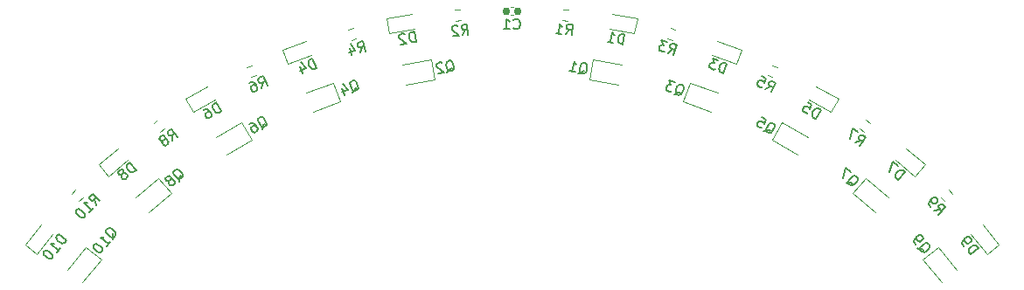
<source format=gbr>
%TF.GenerationSoftware,KiCad,Pcbnew,7.0.6*%
%TF.CreationDate,2023-07-09T17:07:21+09:00*%
%TF.ProjectId,robotrace_v2_Linesensor,726f626f-7472-4616-9365-5f76325f4c69,rev?*%
%TF.SameCoordinates,Original*%
%TF.FileFunction,Legend,Bot*%
%TF.FilePolarity,Positive*%
%FSLAX46Y46*%
G04 Gerber Fmt 4.6, Leading zero omitted, Abs format (unit mm)*
G04 Created by KiCad (PCBNEW 7.0.6) date 2023-07-09 17:07:21*
%MOMM*%
%LPD*%
G01*
G04 APERTURE LIST*
G04 Aperture macros list*
%AMRoundRect*
0 Rectangle with rounded corners*
0 $1 Rounding radius*
0 $2 $3 $4 $5 $6 $7 $8 $9 X,Y pos of 4 corners*
0 Add a 4 corners polygon primitive as box body*
4,1,4,$2,$3,$4,$5,$6,$7,$8,$9,$2,$3,0*
0 Add four circle primitives for the rounded corners*
1,1,$1+$1,$2,$3*
1,1,$1+$1,$4,$5*
1,1,$1+$1,$6,$7*
1,1,$1+$1,$8,$9*
0 Add four rect primitives between the rounded corners*
20,1,$1+$1,$2,$3,$4,$5,0*
20,1,$1+$1,$4,$5,$6,$7,0*
20,1,$1+$1,$6,$7,$8,$9,0*
20,1,$1+$1,$8,$9,$2,$3,0*%
G04 Aperture macros list end*
%ADD10C,0.150000*%
%ADD11C,0.120000*%
%ADD12RoundRect,0.237500X0.065464X0.338557X-0.341467X0.048028X-0.065464X-0.338557X0.341467X-0.048028X0*%
%ADD13RoundRect,0.237500X-0.341466X-0.048034X0.065470X-0.338556X0.341466X0.048034X-0.065470X0.338556X0*%
%ADD14RoundRect,0.237500X0.004777X0.344795X-0.344587X-0.012899X-0.004777X-0.344795X0.344587X0.012899X0*%
%ADD15RoundRect,0.237500X0.178856X0.294817X-0.303595X0.163512X-0.178856X-0.294817X0.303595X-0.163512X0*%
%ADD16RoundRect,0.237500X-0.270025X-0.214459X0.228015X-0.258680X0.270025X0.214459X-0.228015X0.258680X0*%
%ADD17RoundRect,0.237500X-0.344587X0.012899X0.004777X-0.344795X0.344587X-0.012899X-0.004777X0.344795X0*%
%ADD18RoundRect,0.237500X-0.303595X-0.163512X0.178856X-0.294817X0.303595X0.163512X-0.178856X0.294817X0*%
%ADD19RoundRect,0.237500X0.124102X0.321722X-0.327659X0.107451X-0.124102X-0.321722X0.327659X-0.107451X0*%
%ADD20RoundRect,0.237500X-0.327659X-0.107451X0.124102X-0.321722X0.327659X0.107451X-0.124102X0.321722X0*%
%ADD21RoundRect,0.237500X0.228011X0.258684X-0.270029X0.214454X-0.228011X-0.258684X0.270029X-0.214454X0*%
%ADD22RoundRect,0.250000X-0.508223X-0.223236X0.052129X-0.552637X0.508223X0.223236X-0.052129X0.552637X0*%
%ADD23RoundRect,0.250000X-0.046085X0.553174X-0.539612X0.130170X0.046085X-0.553174X0.539612X-0.130170X0*%
%ADD24RoundRect,0.250000X0.240612X0.500231X-0.399215X0.385684X-0.240612X-0.500231X0.399215X-0.385684X0*%
%ADD25RoundRect,0.237500X0.365821X-0.072370X0.002015X0.372905X-0.365821X0.072370X-0.002015X-0.372905X0*%
%ADD26RoundRect,0.250000X0.148693X0.534804X-0.460935X0.309296X-0.148693X-0.534804X0.460935X-0.309296X0*%
%ADD27RoundRect,0.250000X-0.460935X-0.309296X0.148693X-0.534804X0.460935X0.309296X-0.148693X0.534804X0*%
%ADD28RoundRect,0.237500X-0.187246X-0.322493X0.352040X-0.123005X0.187246X0.322493X-0.352040X0.123005X0*%
%ADD29RoundRect,0.237500X-0.241147X-0.284448X0.324854X-0.183118X0.241147X0.284448X-0.324854X0.183118X0*%
%ADD30RoundRect,0.237500X0.372849X-0.006771X-0.063732X0.367425X-0.372849X0.006771X0.063732X-0.367425X0*%
%ADD31RoundRect,0.237500X0.002015X-0.372905X0.365821X0.072370X-0.002015X0.372905X-0.365821X-0.072370X0*%
%ADD32RoundRect,0.250000X-0.399215X-0.385684X0.240612X-0.500231X0.399215X0.385684X-0.240612X0.500231X0*%
%ADD33RoundRect,0.250000X-0.539612X-0.130170X-0.046085X-0.553174X0.539612X0.130170X0.046085X0.553174X0*%
%ADD34RoundRect,0.250000X-0.554106X-0.033040X-0.142847X-0.536395X0.554106X0.033040X0.142847X0.536395X0*%
%ADD35RoundRect,0.237500X0.352040X0.123005X-0.187246X0.322493X-0.352040X-0.123005X0.187246X-0.322493X0*%
%ADD36RoundRect,0.250000X0.052120X0.552638X-0.508227X0.223227X-0.052120X-0.552638X0.508227X-0.223227X0*%
%ADD37RoundRect,0.237500X0.324851X0.183124X-0.241152X0.284444X-0.324851X-0.183124X0.241152X-0.284444X0*%
%ADD38RoundRect,0.250000X-0.140037X0.537136X-0.553925X0.035941X0.140037X-0.537136X0.553925X-0.035941X0*%
%ADD39RoundRect,0.237500X-0.127484X-0.350443X0.368207X-0.059041X0.127484X0.350443X-0.368207X0.059041X0*%
%ADD40RoundRect,0.155000X0.212500X0.155000X-0.212500X0.155000X-0.212500X-0.155000X0.212500X-0.155000X0*%
%ADD41RoundRect,0.237500X-0.063732X-0.367425X0.372849X0.006771X0.063732X0.367425X-0.372849X-0.006771X0*%
%ADD42RoundRect,0.237500X0.368206X0.059047X-0.127490X0.350441X-0.368206X-0.059047X0.127490X-0.350441X0*%
G04 APERTURE END LIST*
D10*
X-32850080Y46426682D02*
X-32855487Y47007922D01*
X-32385016Y46758715D02*
X-32966074Y47572578D01*
X-32966074Y47572578D02*
X-33276117Y47351222D01*
X-33276117Y47351222D02*
X-33325958Y47257128D01*
X-33325958Y47257128D02*
X-33337044Y47190703D01*
X-33337044Y47190703D02*
X-33320460Y47085523D01*
X-33320460Y47085523D02*
X-33237452Y46969257D01*
X-33237452Y46969257D02*
X-33143358Y46919416D01*
X-33143358Y46919416D02*
X-33076933Y46908330D01*
X-33076933Y46908330D02*
X-32971753Y46924913D01*
X-32971753Y46924913D02*
X-32661710Y47146269D01*
X-33647177Y46559713D02*
X-33597336Y46653807D01*
X-33597336Y46653807D02*
X-33586250Y46720232D01*
X-33586250Y46720232D02*
X-33602834Y46825412D01*
X-33602834Y46825412D02*
X-33630503Y46864168D01*
X-33630503Y46864168D02*
X-33724597Y46914009D01*
X-33724597Y46914009D02*
X-33791022Y46925095D01*
X-33791022Y46925095D02*
X-33896202Y46908511D01*
X-33896202Y46908511D02*
X-34051223Y46797833D01*
X-34051223Y46797833D02*
X-34101065Y46703739D01*
X-34101065Y46703739D02*
X-34112151Y46637314D01*
X-34112151Y46637314D02*
X-34095567Y46532134D01*
X-34095567Y46532134D02*
X-34067898Y46493379D01*
X-34067898Y46493379D02*
X-33973803Y46443538D01*
X-33973803Y46443538D02*
X-33907379Y46432452D01*
X-33907379Y46432452D02*
X-33802199Y46449035D01*
X-33802199Y46449035D02*
X-33647177Y46559713D01*
X-33647177Y46559713D02*
X-33541997Y46576297D01*
X-33541997Y46576297D02*
X-33475572Y46565211D01*
X-33475572Y46565211D02*
X-33381478Y46515369D01*
X-33381478Y46515369D02*
X-33270800Y46360348D01*
X-33270800Y46360348D02*
X-33254217Y46255168D01*
X-33254217Y46255168D02*
X-33265303Y46188743D01*
X-33265303Y46188743D02*
X-33315144Y46094649D01*
X-33315144Y46094649D02*
X-33470165Y45983971D01*
X-33470165Y45983971D02*
X-33575345Y45967388D01*
X-33575345Y45967388D02*
X-33641770Y45978474D01*
X-33641770Y45978474D02*
X-33735864Y46028315D01*
X-33735864Y46028315D02*
X-33846542Y46183336D01*
X-33846542Y46183336D02*
X-33863126Y46288516D01*
X-33863126Y46288516D02*
X-33852040Y46354941D01*
X-33852040Y46354941D02*
X-33802199Y46449035D01*
X33230482Y46259158D02*
X33778460Y46453034D01*
X33695551Y45927132D02*
X34276595Y46741005D01*
X34276595Y46741005D02*
X33966549Y46962355D01*
X33966549Y46962355D02*
X33861368Y46978936D01*
X33861368Y46978936D02*
X33794944Y46967849D01*
X33794944Y46967849D02*
X33700851Y46918006D01*
X33700851Y46918006D02*
X33617844Y46801739D01*
X33617844Y46801739D02*
X33601263Y46696559D01*
X33601263Y46696559D02*
X33612350Y46630134D01*
X33612350Y46630134D02*
X33662192Y46536041D01*
X33662192Y46536041D02*
X33972239Y46314691D01*
X33540235Y47266711D02*
X32997653Y47654074D01*
X32997653Y47654074D02*
X32765412Y46591183D01*
X-40275445Y40192097D02*
X-40383197Y40763287D01*
X-39876173Y40600890D02*
X-40591561Y41299618D01*
X-40591561Y41299618D02*
X-40857742Y41027089D01*
X-40857742Y41027089D02*
X-40890222Y40925684D01*
X-40890222Y40925684D02*
X-40889428Y40858345D01*
X-40889428Y40858345D02*
X-40854569Y40757734D01*
X-40854569Y40757734D02*
X-40752371Y40657916D01*
X-40752371Y40657916D02*
X-40650966Y40625436D01*
X-40650966Y40625436D02*
X-40583627Y40626229D01*
X-40583627Y40626229D02*
X-40483015Y40661089D01*
X-40483015Y40661089D02*
X-40216834Y40933618D01*
X-40940900Y39510775D02*
X-40541627Y39919568D01*
X-40741264Y39715172D02*
X-41456652Y40413899D01*
X-41456652Y40413899D02*
X-41287908Y40382213D01*
X-41287908Y40382213D02*
X-41153230Y40383800D01*
X-41153230Y40383800D02*
X-41052619Y40418660D01*
X-42088834Y39766644D02*
X-42155379Y39698511D01*
X-42155379Y39698511D02*
X-42187859Y39597107D01*
X-42187859Y39597107D02*
X-42187065Y39529768D01*
X-42187065Y39529768D02*
X-42152206Y39429156D01*
X-42152206Y39429156D02*
X-42049214Y39261999D01*
X-42049214Y39261999D02*
X-41878884Y39095635D01*
X-41878884Y39095635D02*
X-41709347Y38996611D01*
X-41709347Y38996611D02*
X-41607942Y38964131D01*
X-41607942Y38964131D02*
X-41540603Y38964925D01*
X-41540603Y38964925D02*
X-41439991Y38999784D01*
X-41439991Y38999784D02*
X-41373446Y39067916D01*
X-41373446Y39067916D02*
X-41340966Y39169321D01*
X-41340966Y39169321D02*
X-41341760Y39236660D01*
X-41341760Y39236660D02*
X-41376619Y39337271D01*
X-41376619Y39337271D02*
X-41479611Y39504428D01*
X-41479611Y39504428D02*
X-41649941Y39670792D01*
X-41649941Y39670792D02*
X-41819478Y39769817D01*
X-41819478Y39769817D02*
X-41920883Y39802296D01*
X-41920883Y39802296D02*
X-41988222Y39801503D01*
X-41988222Y39801503D02*
X-42088834Y39766644D01*
X-14719743Y54954912D02*
X-14523161Y55501926D01*
X-14168370Y55104975D02*
X-14430980Y56069877D01*
X-14430980Y56069877D02*
X-14798562Y55969835D01*
X-14798562Y55969835D02*
X-14877952Y55898877D01*
X-14877952Y55898877D02*
X-14911395Y55840424D01*
X-14911395Y55840424D02*
X-14932332Y55736023D01*
X-14932332Y55736023D02*
X-14894816Y55598180D01*
X-14894816Y55598180D02*
X-14823858Y55518790D01*
X-14823858Y55518790D02*
X-14765405Y55485347D01*
X-14765405Y55485347D02*
X-14661004Y55464410D01*
X-14661004Y55464410D02*
X-14293423Y55564452D01*
X-15721875Y55373085D02*
X-15546802Y54729817D01*
X-15592179Y55803193D02*
X-15174861Y55176504D01*
X-15174861Y55176504D02*
X-15772182Y55013936D01*
X5209383Y56725705D02*
X5583526Y57170549D01*
X5778573Y56675167D02*
X5867015Y57671248D01*
X5867015Y57671248D02*
X5487555Y57704941D01*
X5487555Y57704941D02*
X5388479Y57665931D01*
X5388479Y57665931D02*
X5336835Y57622710D01*
X5336835Y57622710D02*
X5280979Y57532057D01*
X5280979Y57532057D02*
X5268345Y57389760D01*
X5268345Y57389760D02*
X5307354Y57290683D01*
X5307354Y57290683D02*
X5350575Y57239039D01*
X5350575Y57239039D02*
X5441228Y57183184D01*
X5441228Y57183184D02*
X5820688Y57149491D01*
X4260734Y56809936D02*
X4829924Y56759398D01*
X4545329Y56784667D02*
X4633771Y57780748D01*
X4633771Y57780748D02*
X4716002Y57630028D01*
X4716002Y57630028D02*
X4802444Y57526740D01*
X4802444Y57526740D02*
X4893097Y57470884D01*
X40868077Y39683794D02*
X41441647Y39778059D01*
X41267350Y39275001D02*
X41982737Y39973728D01*
X41982737Y39973728D02*
X41716556Y40246257D01*
X41716556Y40246257D02*
X41615944Y40281117D01*
X41615944Y40281117D02*
X41548605Y40281910D01*
X41548605Y40281910D02*
X41447200Y40249430D01*
X41447200Y40249430D02*
X41345002Y40149612D01*
X41345002Y40149612D02*
X41310143Y40049001D01*
X41310143Y40049001D02*
X41309349Y39981662D01*
X41309349Y39981662D02*
X41341829Y39880257D01*
X41341829Y39880257D02*
X41608010Y39607728D01*
X40535349Y40024455D02*
X40402258Y40160719D01*
X40402258Y40160719D02*
X40369779Y40262124D01*
X40369779Y40262124D02*
X40370572Y40329463D01*
X40370572Y40329463D02*
X40406225Y40497413D01*
X40406225Y40497413D02*
X40509217Y40664570D01*
X40509217Y40664570D02*
X40781745Y40930752D01*
X40781745Y40930752D02*
X40883150Y40963232D01*
X40883150Y40963232D02*
X40950489Y40962438D01*
X40950489Y40962438D02*
X41051101Y40927579D01*
X41051101Y40927579D02*
X41184192Y40791315D01*
X41184192Y40791315D02*
X41216671Y40689910D01*
X41216671Y40689910D02*
X41215878Y40622571D01*
X41215878Y40622571D02*
X41181018Y40521959D01*
X41181018Y40521959D02*
X41010688Y40355596D01*
X41010688Y40355596D02*
X40909283Y40323116D01*
X40909283Y40323116D02*
X40841944Y40323910D01*
X40841944Y40323910D02*
X40741333Y40358769D01*
X40741333Y40358769D02*
X40608242Y40495033D01*
X40608242Y40495033D02*
X40575762Y40596438D01*
X40575762Y40596438D02*
X40576556Y40663777D01*
X40576556Y40663777D02*
X40611415Y40764389D01*
X15115843Y54917565D02*
X15562529Y55289506D01*
X15667215Y54767502D02*
X15929826Y55732404D01*
X15929826Y55732404D02*
X15562244Y55832446D01*
X15562244Y55832446D02*
X15457843Y55811509D01*
X15457843Y55811509D02*
X15399390Y55778067D01*
X15399390Y55778067D02*
X15328432Y55698677D01*
X15328432Y55698677D02*
X15290916Y55560833D01*
X15290916Y55560833D02*
X15311854Y55456433D01*
X15311854Y55456433D02*
X15345296Y55397980D01*
X15345296Y55397980D02*
X15424686Y55327022D01*
X15424686Y55327022D02*
X15792268Y55226980D01*
X15056819Y55970004D02*
X14459499Y56132572D01*
X14459499Y56132572D02*
X14681091Y55677454D01*
X14681091Y55677454D02*
X14543248Y55714970D01*
X14543248Y55714970D02*
X14438847Y55694032D01*
X14438847Y55694032D02*
X14380394Y55660590D01*
X14380394Y55660590D02*
X14309436Y55581200D01*
X14309436Y55581200D02*
X14246910Y55351461D01*
X14246910Y55351461D02*
X14267847Y55247061D01*
X14267847Y55247061D02*
X14301289Y55188608D01*
X14301289Y55188608D02*
X14380679Y55117649D01*
X14380679Y55117649D02*
X14656366Y55042618D01*
X14656366Y55042618D02*
X14760766Y55063555D01*
X14760766Y55063555D02*
X14819219Y55096998D01*
X-24204504Y51510484D02*
X-24107397Y52083579D01*
X-23688206Y51755364D02*
X-24116747Y52658887D01*
X-24116747Y52658887D02*
X-24460946Y52495633D01*
X-24460946Y52495633D02*
X-24526589Y52411795D01*
X-24526589Y52411795D02*
X-24549207Y52348363D01*
X-24549207Y52348363D02*
X-24551418Y52241906D01*
X-24551418Y52241906D02*
X-24490198Y52112832D01*
X-24490198Y52112832D02*
X-24406360Y52047189D01*
X-24406360Y52047189D02*
X-24342928Y52024571D01*
X-24342928Y52024571D02*
X-24236472Y52022359D01*
X-24236472Y52022359D02*
X-23892273Y52185613D01*
X-25407493Y52046685D02*
X-25235393Y52128312D01*
X-25235393Y52128312D02*
X-25128937Y52126101D01*
X-25128937Y52126101D02*
X-25065505Y52103482D01*
X-25065505Y52103482D02*
X-24918236Y52015221D01*
X-24918236Y52015221D02*
X-24793584Y51863528D01*
X-24793584Y51863528D02*
X-24630330Y51519329D01*
X-24630330Y51519329D02*
X-24632542Y51412873D01*
X-24632542Y51412873D02*
X-24655160Y51349441D01*
X-24655160Y51349441D02*
X-24720803Y51265603D01*
X-24720803Y51265603D02*
X-24892902Y51183976D01*
X-24892902Y51183976D02*
X-24999359Y51186188D01*
X-24999359Y51186188D02*
X-25062790Y51208806D01*
X-25062790Y51208806D02*
X-25146629Y51274449D01*
X-25146629Y51274449D02*
X-25248662Y51489573D01*
X-25248662Y51489573D02*
X-25246451Y51596030D01*
X-25246451Y51596030D02*
X-25223833Y51659461D01*
X-25223833Y51659461D02*
X-25158190Y51743300D01*
X-25158190Y51743300D02*
X-24986090Y51824926D01*
X-24986090Y51824926D02*
X-24879634Y51822715D01*
X-24879634Y51822715D02*
X-24816202Y51800097D01*
X-24816202Y51800097D02*
X-24732364Y51734454D01*
X24562864Y51395600D02*
X25068105Y51683002D01*
X25079162Y51150719D02*
X25507703Y52054242D01*
X25507703Y52054242D02*
X25163504Y52217496D01*
X25163504Y52217496D02*
X25057048Y52215284D01*
X25057048Y52215284D02*
X24993616Y52192666D01*
X24993616Y52192666D02*
X24909778Y52127023D01*
X24909778Y52127023D02*
X24848558Y51997948D01*
X24848558Y51997948D02*
X24850769Y51891492D01*
X24850769Y51891492D02*
X24873387Y51828060D01*
X24873387Y51828060D02*
X24939030Y51744222D01*
X24939030Y51744222D02*
X25283229Y51580968D01*
X24173932Y52686850D02*
X24604181Y52482783D01*
X24604181Y52482783D02*
X24443138Y52032127D01*
X24443138Y52032127D02*
X24420520Y52095559D01*
X24420520Y52095559D02*
X24354877Y52179397D01*
X24354877Y52179397D02*
X24139753Y52281431D01*
X24139753Y52281431D02*
X24033296Y52279219D01*
X24033296Y52279219D02*
X23969865Y52256601D01*
X23969865Y52256601D02*
X23886026Y52190958D01*
X23886026Y52190958D02*
X23783993Y51975834D01*
X23783993Y51975834D02*
X23786204Y51869377D01*
X23786204Y51869377D02*
X23808823Y51805946D01*
X23808823Y51805946D02*
X23874466Y51722107D01*
X23874466Y51722107D02*
X24089590Y51620074D01*
X24089590Y51620074D02*
X24196046Y51622285D01*
X24196046Y51622285D02*
X24259478Y51644903D01*
X-4793754Y56661707D02*
X-4503851Y57165517D01*
X-4224565Y56712255D02*
X-4313025Y57708335D01*
X-4313025Y57708335D02*
X-4692484Y57674636D01*
X-4692484Y57674636D02*
X-4783136Y57618779D01*
X-4783136Y57618779D02*
X-4826356Y57567134D01*
X-4826356Y57567134D02*
X-4865364Y57468057D01*
X-4865364Y57468057D02*
X-4852727Y57325760D01*
X-4852727Y57325760D02*
X-4796870Y57235107D01*
X-4796870Y57235107D02*
X-4745225Y57191887D01*
X-4745225Y57191887D02*
X-4646148Y57152880D01*
X-4646148Y57152880D02*
X-4266689Y57186579D01*
X-5253247Y57529223D02*
X-5304892Y57572443D01*
X-5304892Y57572443D02*
X-5403969Y57611450D01*
X-5403969Y57611450D02*
X-5641131Y57590389D01*
X-5641131Y57590389D02*
X-5731783Y57534531D01*
X-5731783Y57534531D02*
X-5775004Y57482887D01*
X-5775004Y57482887D02*
X-5814011Y57383810D01*
X-5814011Y57383810D02*
X-5805586Y57288945D01*
X-5805586Y57288945D02*
X-5745517Y57150860D01*
X-5745517Y57150860D02*
X-5125780Y56632220D01*
X-5125780Y56632220D02*
X-5742401Y56577459D01*
X24393323Y47347495D02*
X24499558Y47340283D01*
X24499558Y47340283D02*
X24629925Y47374122D01*
X24629925Y47374122D02*
X24825475Y47424880D01*
X24825475Y47424880D02*
X24931710Y47417668D01*
X24931710Y47417668D02*
X25013813Y47369404D01*
X24852102Y47188278D02*
X24958337Y47181066D01*
X24958337Y47181066D02*
X25088703Y47214905D01*
X25088703Y47214905D02*
X25226283Y47354979D01*
X25226283Y47354979D02*
X25395207Y47642339D01*
X25395207Y47642339D02*
X25450683Y47830677D01*
X25450683Y47830677D02*
X25416844Y47961043D01*
X25416844Y47961043D02*
X25358873Y48050359D01*
X25358873Y48050359D02*
X25194667Y48146887D01*
X25194667Y48146887D02*
X25088432Y48154099D01*
X25088432Y48154099D02*
X24958065Y48120260D01*
X24958065Y48120260D02*
X24820486Y47980186D01*
X24820486Y47980186D02*
X24651562Y47692826D01*
X24651562Y47692826D02*
X24596086Y47504488D01*
X24596086Y47504488D02*
X24629925Y47374122D01*
X24629925Y47374122D02*
X24687896Y47284806D01*
X24687896Y47284806D02*
X24852102Y47188278D01*
X24209432Y48726054D02*
X24619947Y48484734D01*
X24619947Y48484734D02*
X24419679Y48050088D01*
X24419679Y48050088D02*
X24402759Y48115271D01*
X24402759Y48115271D02*
X24344788Y48204586D01*
X24344788Y48204586D02*
X24139531Y48325246D01*
X24139531Y48325246D02*
X24033296Y48332459D01*
X24033296Y48332459D02*
X23968113Y48315539D01*
X23968113Y48315539D02*
X23878797Y48257568D01*
X23878797Y48257568D02*
X23758137Y48052311D01*
X23758137Y48052311D02*
X23750925Y47946076D01*
X23750925Y47946076D02*
X23767844Y47880893D01*
X23767844Y47880893D02*
X23825815Y47791577D01*
X23825815Y47791577D02*
X24031073Y47670918D01*
X24031073Y47670918D02*
X24137308Y47663705D01*
X24137308Y47663705D02*
X24202491Y47680625D01*
X-32219725Y42494335D02*
X-32178403Y42592470D01*
X-32178403Y42592470D02*
X-32168070Y42726760D01*
X-32168070Y42726760D02*
X-32152570Y42928195D01*
X-32152570Y42928195D02*
X-32111248Y43026329D01*
X-32111248Y43026329D02*
X-32038936Y43088308D01*
X-31920146Y42876539D02*
X-31878823Y42974674D01*
X-31878823Y42974674D02*
X-31868490Y43108964D01*
X-31868490Y43108964D02*
X-31956292Y43284576D01*
X-31956292Y43284576D02*
X-32173216Y43537667D01*
X-32173216Y43537667D02*
X-32333329Y43651300D01*
X-32333329Y43651300D02*
X-32467619Y43661633D01*
X-32467619Y43661633D02*
X-32570920Y43635811D01*
X-32570920Y43635811D02*
X-32715543Y43511854D01*
X-32715543Y43511854D02*
X-32756865Y43413719D01*
X-32756865Y43413719D02*
X-32767198Y43279429D01*
X-32767198Y43279429D02*
X-32679397Y43103817D01*
X-32679397Y43103817D02*
X-32462472Y42850727D01*
X-32462472Y42850727D02*
X-32302360Y42737093D01*
X-32302360Y42737093D02*
X-32168070Y42726760D01*
X-32168070Y42726760D02*
X-32064769Y42752582D01*
X-32064769Y42752582D02*
X-31920146Y42876539D01*
X-33051288Y42659635D02*
X-33009966Y42757769D01*
X-33009966Y42757769D02*
X-33004799Y42824914D01*
X-33004799Y42824914D02*
X-33030622Y42928215D01*
X-33030622Y42928215D02*
X-33061611Y42964370D01*
X-33061611Y42964370D02*
X-33159745Y43005693D01*
X-33159745Y43005693D02*
X-33226890Y43010859D01*
X-33226890Y43010859D02*
X-33330191Y42985037D01*
X-33330191Y42985037D02*
X-33474814Y42861080D01*
X-33474814Y42861080D02*
X-33516137Y42762945D01*
X-33516137Y42762945D02*
X-33521303Y42695800D01*
X-33521303Y42695800D02*
X-33495480Y42592499D01*
X-33495480Y42592499D02*
X-33464491Y42556344D01*
X-33464491Y42556344D02*
X-33366357Y42515021D01*
X-33366357Y42515021D02*
X-33299212Y42509855D01*
X-33299212Y42509855D02*
X-33195911Y42535678D01*
X-33195911Y42535678D02*
X-33051288Y42659635D01*
X-33051288Y42659635D02*
X-32947987Y42685457D01*
X-32947987Y42685457D02*
X-32880842Y42680291D01*
X-32880842Y42680291D02*
X-32782708Y42638968D01*
X-32782708Y42638968D02*
X-32658751Y42494345D01*
X-32658751Y42494345D02*
X-32632928Y42391045D01*
X-32632928Y42391045D02*
X-32638095Y42323900D01*
X-32638095Y42323900D02*
X-32679417Y42225765D01*
X-32679417Y42225765D02*
X-32824040Y42101808D01*
X-32824040Y42101808D02*
X-32927341Y42075986D01*
X-32927341Y42075986D02*
X-32994486Y42081152D01*
X-32994486Y42081152D02*
X-33092620Y42122474D01*
X-33092620Y42122474D02*
X-33216577Y42267097D01*
X-33216577Y42267097D02*
X-33242400Y42370398D01*
X-33242400Y42370398D02*
X-33237233Y42437543D01*
X-33237233Y42437543D02*
X-33195911Y42535678D01*
X-6259318Y53025334D02*
X-6173962Y53088991D01*
X-6173962Y53088991D02*
X-6096998Y53199523D01*
X-6096998Y53199523D02*
X-5981551Y53365319D01*
X-5981551Y53365319D02*
X-5896195Y53428976D01*
X-5896195Y53428976D02*
X-5802448Y53445760D01*
X-5807363Y53202999D02*
X-5722007Y53266656D01*
X-5722007Y53266656D02*
X-5645043Y53377187D01*
X-5645043Y53377187D02*
X-5631736Y53573074D01*
X-5631736Y53573074D02*
X-5690478Y53901191D01*
X-5690478Y53901191D02*
X-5770919Y54080294D01*
X-5770919Y54080294D02*
X-5881450Y54157258D01*
X-5881450Y54157258D02*
X-5983589Y54187349D01*
X-5983589Y54187349D02*
X-6171084Y54153782D01*
X-6171084Y54153782D02*
X-6256440Y54090125D01*
X-6256440Y54090125D02*
X-6333404Y53979594D01*
X-6333404Y53979594D02*
X-6346711Y53783707D01*
X-6346711Y53783707D02*
X-6287969Y53455590D01*
X-6287969Y53455590D02*
X-6207529Y53276487D01*
X-6207529Y53276487D02*
X-6096998Y53199523D01*
X-6096998Y53199523D02*
X-5994858Y53169432D01*
X-5994858Y53169432D02*
X-5807363Y53202999D01*
X-6763660Y53950942D02*
X-6818925Y53989424D01*
X-6818925Y53989424D02*
X-6921065Y54019515D01*
X-6921065Y54019515D02*
X-7155434Y53977556D01*
X-7155434Y53977556D02*
X-7240790Y53913899D01*
X-7240790Y53913899D02*
X-7279272Y53858633D01*
X-7279272Y53858633D02*
X-7309362Y53756494D01*
X-7309362Y53756494D02*
X-7292579Y53662746D01*
X-7292579Y53662746D02*
X-7220530Y53530517D01*
X-7220530Y53530517D02*
X-6557344Y53068732D01*
X-6557344Y53068732D02*
X-7166703Y52959640D01*
X44414787Y35390658D02*
X45189180Y36023363D01*
X45189180Y36023363D02*
X45038536Y36207742D01*
X45038536Y36207742D02*
X44911274Y36288241D01*
X44911274Y36288241D02*
X44777264Y36301735D01*
X44777264Y36301735D02*
X44673384Y36278353D01*
X44673384Y36278353D02*
X44495752Y36194714D01*
X44495752Y36194714D02*
X44385124Y36104327D01*
X44385124Y36104327D02*
X44267750Y35946936D01*
X44267750Y35946936D02*
X44224127Y35849803D01*
X44224127Y35849803D02*
X44210633Y35715793D01*
X44210633Y35715793D02*
X44264143Y35575037D01*
X44264143Y35575037D02*
X44414787Y35390658D01*
X43751953Y36201926D02*
X43631438Y36349430D01*
X43631438Y36349430D02*
X43608056Y36453310D01*
X43608056Y36453310D02*
X43614803Y36520315D01*
X43614803Y36520315D02*
X43665173Y36684453D01*
X43665173Y36684453D02*
X43782548Y36841844D01*
X43782548Y36841844D02*
X44077554Y37082875D01*
X44077554Y37082875D02*
X44181435Y37106257D01*
X44181435Y37106257D02*
X44248440Y37099510D01*
X44248440Y37099510D02*
X44345573Y37055887D01*
X44345573Y37055887D02*
X44466088Y36908383D01*
X44466088Y36908383D02*
X44489470Y36804503D01*
X44489470Y36804503D02*
X44482723Y36737498D01*
X44482723Y36737498D02*
X44439100Y36640365D01*
X44439100Y36640365D02*
X44254721Y36489721D01*
X44254721Y36489721D02*
X44150841Y36466339D01*
X44150841Y36466339D02*
X44083836Y36473086D01*
X44083836Y36473086D02*
X43986702Y36516709D01*
X43986702Y36516709D02*
X43866187Y36664212D01*
X43866187Y36664212D02*
X43842805Y36768093D01*
X43842805Y36768093D02*
X43849552Y36835097D01*
X43849552Y36835097D02*
X43893175Y36932231D01*
X-15419842Y51067148D02*
X-15347040Y51144851D01*
X-15347040Y51144851D02*
X-15290759Y51267216D01*
X-15290759Y51267216D02*
X-15206337Y51450762D01*
X-15206337Y51450762D02*
X-15133535Y51528465D01*
X-15133535Y51528465D02*
X-15044212Y51561506D01*
X-15006270Y51321679D02*
X-14933468Y51399382D01*
X-14933468Y51399382D02*
X-14877187Y51521746D01*
X-14877187Y51521746D02*
X-14898608Y51716912D01*
X-14898608Y51716912D02*
X-15014254Y52029542D01*
X-15014254Y52029542D02*
X-15124998Y52191666D01*
X-15124998Y52191666D02*
X-15247362Y52247948D01*
X-15247362Y52247948D02*
X-15353206Y52259568D01*
X-15353206Y52259568D02*
X-15531851Y52193485D01*
X-15531851Y52193485D02*
X-15604653Y52115782D01*
X-15604653Y52115782D02*
X-15660934Y51993418D01*
X-15660934Y51993418D02*
X-15639513Y51798251D01*
X-15639513Y51798251D02*
X-15523868Y51485622D01*
X-15523868Y51485622D02*
X-15413123Y51323497D01*
X-15413123Y51323497D02*
X-15290759Y51267216D01*
X-15290759Y51267216D02*
X-15184916Y51255596D01*
X-15184916Y51255596D02*
X-15006270Y51321679D01*
X-16443418Y51500878D02*
X-16212127Y50875619D01*
X-16352277Y51940773D02*
X-15881159Y51353456D01*
X-15881159Y51353456D02*
X-16461757Y51138686D01*
X15678488Y50951067D02*
X15784331Y50962686D01*
X15784331Y50962686D02*
X15906696Y51018968D01*
X15906696Y51018968D02*
X16090242Y51103390D01*
X16090242Y51103390D02*
X16196085Y51115009D01*
X16196085Y51115009D02*
X16285408Y51081968D01*
X16158143Y50875182D02*
X16263987Y50886802D01*
X16263987Y50886802D02*
X16386351Y50943083D01*
X16386351Y50943083D02*
X16497095Y51105208D01*
X16497095Y51105208D02*
X16612740Y51417837D01*
X16612740Y51417837D02*
X16634162Y51613004D01*
X16634162Y51613004D02*
X16577881Y51735368D01*
X16577881Y51735368D02*
X16505079Y51813071D01*
X16505079Y51813071D02*
X16326433Y51879154D01*
X16326433Y51879154D02*
X16220590Y51867534D01*
X16220590Y51867534D02*
X16098225Y51811253D01*
X16098225Y51811253D02*
X15987481Y51649128D01*
X15987481Y51649128D02*
X15871836Y51336498D01*
X15871836Y51336498D02*
X15850414Y51141332D01*
X15850414Y51141332D02*
X15906696Y51018968D01*
X15906696Y51018968D02*
X15979498Y50941265D01*
X15979498Y50941265D02*
X16158143Y50875182D01*
X15790497Y52077403D02*
X15209899Y52292172D01*
X15209899Y52292172D02*
X15390363Y51819236D01*
X15390363Y51819236D02*
X15256378Y51868798D01*
X15256378Y51868798D02*
X15150535Y51857178D01*
X15150535Y51857178D02*
X15089353Y51829038D01*
X15089353Y51829038D02*
X15011650Y51756236D01*
X15011650Y51756236D02*
X14929046Y51532929D01*
X14929046Y51532929D02*
X14940666Y51427085D01*
X14940666Y51427085D02*
X14968807Y51365903D01*
X14968807Y51365903D02*
X15041609Y51288200D01*
X15041609Y51288200D02*
X15309577Y51189076D01*
X15309577Y51189076D02*
X15415420Y51200696D01*
X15415420Y51200696D02*
X15476603Y51228836D01*
X-18949956Y53479501D02*
X-19296891Y54417390D01*
X-19296891Y54417390D02*
X-19520198Y54334786D01*
X-19520198Y54334786D02*
X-19637662Y54240563D01*
X-19637662Y54240563D02*
X-19693943Y54118198D01*
X-19693943Y54118198D02*
X-19705563Y54012355D01*
X-19705563Y54012355D02*
X-19684141Y53817189D01*
X-19684141Y53817189D02*
X-19634579Y53683205D01*
X-19634579Y53683205D02*
X-19523835Y53521080D01*
X-19523835Y53521080D02*
X-19446132Y53448278D01*
X-19446132Y53448278D02*
X-19323767Y53391997D01*
X-19323767Y53391997D02*
X-19173263Y53396897D01*
X-19173263Y53396897D02*
X-18949956Y53479501D01*
X-20521087Y53609138D02*
X-20289797Y52983879D01*
X-20429946Y54049033D02*
X-19958828Y53461716D01*
X-19958828Y53461716D02*
X-20539426Y53246946D01*
X-9293305Y56032370D02*
X-9469531Y57016720D01*
X-9469531Y57016720D02*
X-9703900Y56974761D01*
X-9703900Y56974761D02*
X-9836130Y56902712D01*
X-9836130Y56902712D02*
X-9913094Y56792181D01*
X-9913094Y56792181D02*
X-9943184Y56690042D01*
X-9943184Y56690042D02*
X-9956491Y56494155D01*
X-9956491Y56494155D02*
X-9931316Y56353534D01*
X-9931316Y56353534D02*
X-9850876Y56174430D01*
X-9850876Y56174430D02*
X-9787218Y56089074D01*
X-9787218Y56089074D02*
X-9676687Y56012110D01*
X-9676687Y56012110D02*
X-9527674Y55990411D01*
X-9527674Y55990411D02*
X-9293305Y56032370D01*
X-10390224Y56755138D02*
X-10445489Y56793620D01*
X-10445489Y56793620D02*
X-10547628Y56823710D01*
X-10547628Y56823710D02*
X-10781997Y56781752D01*
X-10781997Y56781752D02*
X-10867353Y56718095D01*
X-10867353Y56718095D02*
X-10905835Y56662829D01*
X-10905835Y56662829D02*
X-10935926Y56560690D01*
X-10935926Y56560690D02*
X-10919142Y56466942D01*
X-10919142Y56466942D02*
X-10847093Y56334713D01*
X-10847093Y56334713D02*
X-10183907Y55872927D01*
X-10183907Y55872927D02*
X-10793267Y55763835D01*
X37414429Y42624335D02*
X38065203Y43383607D01*
X38065203Y43383607D02*
X37884424Y43538553D01*
X37884424Y43538553D02*
X37744968Y43595365D01*
X37744968Y43595365D02*
X37610678Y43585032D01*
X37610678Y43585032D02*
X37512544Y43543710D01*
X37512544Y43543710D02*
X37352431Y43430076D01*
X37352431Y43430076D02*
X37259463Y43321608D01*
X37259463Y43321608D02*
X37171662Y43145996D01*
X37171662Y43145996D02*
X37145839Y43042695D01*
X37145839Y43042695D02*
X37156172Y42908405D01*
X37156172Y42908405D02*
X37233650Y42779282D01*
X37233650Y42779282D02*
X37414429Y42624335D01*
X37378244Y43972402D02*
X36872063Y44406252D01*
X36872063Y44406252D02*
X36546691Y43368077D01*
X-43129506Y36752567D02*
X-43903899Y37385272D01*
X-43903899Y37385272D02*
X-44054543Y37200893D01*
X-44054543Y37200893D02*
X-44108053Y37060137D01*
X-44108053Y37060137D02*
X-44094559Y36926127D01*
X-44094559Y36926127D02*
X-44050936Y36828994D01*
X-44050936Y36828994D02*
X-43933562Y36671603D01*
X-43933562Y36671603D02*
X-43822934Y36581216D01*
X-43822934Y36581216D02*
X-43645302Y36497577D01*
X-43645302Y36497577D02*
X-43541422Y36474195D01*
X-43541422Y36474195D02*
X-43407412Y36487689D01*
X-43407412Y36487689D02*
X-43280150Y36568188D01*
X-43280150Y36568188D02*
X-43129506Y36752567D01*
X-44093628Y35572540D02*
X-43732082Y36015050D01*
X-43912855Y35793795D02*
X-44687248Y36426501D01*
X-44687248Y36426501D02*
X-44516363Y36409866D01*
X-44516363Y36409866D02*
X-44382354Y36423360D01*
X-44382354Y36423360D02*
X-44285220Y36466983D01*
X-45259696Y35725860D02*
X-45319953Y35652108D01*
X-45319953Y35652108D02*
X-45343335Y35548227D01*
X-45343335Y35548227D02*
X-45336588Y35481223D01*
X-45336588Y35481223D02*
X-45292965Y35384089D01*
X-45292965Y35384089D02*
X-45175591Y35226698D01*
X-45175591Y35226698D02*
X-44991212Y35076054D01*
X-44991212Y35076054D02*
X-44813579Y34992414D01*
X-44813579Y34992414D02*
X-44709699Y34969033D01*
X-44709699Y34969033D02*
X-44642694Y34975780D01*
X-44642694Y34975780D02*
X-44545561Y35019403D01*
X-44545561Y35019403D02*
X-44485303Y35093154D01*
X-44485303Y35093154D02*
X-44461921Y35197035D01*
X-44461921Y35197035D02*
X-44468668Y35264039D01*
X-44468668Y35264039D02*
X-44512291Y35361173D01*
X-44512291Y35361173D02*
X-44629666Y35518564D01*
X-44629666Y35518564D02*
X-44814045Y35669208D01*
X-44814045Y35669208D02*
X-44991677Y35752848D01*
X-44991677Y35752848D02*
X-45095558Y35776229D01*
X-45095558Y35776229D02*
X-45162562Y35769482D01*
X-45162562Y35769482D02*
X-45259696Y35725860D01*
X6446813Y52941767D02*
X6548952Y52971858D01*
X6548952Y52971858D02*
X6659483Y53048822D01*
X6659483Y53048822D02*
X6825280Y53164268D01*
X6825280Y53164268D02*
X6927419Y53194359D01*
X6927419Y53194359D02*
X7021167Y53177575D01*
X6932334Y52951598D02*
X7034474Y52981688D01*
X7034474Y52981688D02*
X7145005Y53058653D01*
X7145005Y53058653D02*
X7225445Y53237756D01*
X7225445Y53237756D02*
X7284187Y53565873D01*
X7284187Y53565873D02*
X7270880Y53761760D01*
X7270880Y53761760D02*
X7193916Y53872291D01*
X7193916Y53872291D02*
X7108560Y53935948D01*
X7108560Y53935948D02*
X6921065Y53969515D01*
X6921065Y53969515D02*
X6818926Y53939424D01*
X6818926Y53939424D02*
X6708395Y53862460D01*
X6708395Y53862460D02*
X6627954Y53683357D01*
X6627954Y53683357D02*
X6569212Y53355240D01*
X6569212Y53355240D02*
X6582519Y53159353D01*
X6582519Y53159353D02*
X6659483Y53048822D01*
X6659483Y53048822D02*
X6744839Y52985165D01*
X6744839Y52985165D02*
X6932334Y52951598D01*
X5572994Y53194957D02*
X6135480Y53094257D01*
X5854237Y53144607D02*
X6030463Y54128957D01*
X6030463Y54128957D02*
X6099035Y53971552D01*
X6099035Y53971552D02*
X6175999Y53861021D01*
X6175999Y53861021D02*
X6261355Y53797364D01*
X32364348Y42350378D02*
X32467649Y42324556D01*
X32467649Y42324556D02*
X32601939Y42334889D01*
X32601939Y42334889D02*
X32803374Y42350388D01*
X32803374Y42350388D02*
X32906675Y42324566D01*
X32906675Y42324566D02*
X32978986Y42262587D01*
X32787884Y42112797D02*
X32891185Y42086975D01*
X32891185Y42086975D02*
X33025475Y42097308D01*
X33025475Y42097308D02*
X33185588Y42210942D01*
X33185588Y42210942D02*
X33402513Y42464032D01*
X33402513Y42464032D02*
X33490314Y42639644D01*
X33490314Y42639644D02*
X33479981Y42773934D01*
X33479981Y42773934D02*
X33438659Y42872069D01*
X33438659Y42872069D02*
X33294035Y42996026D01*
X33294035Y42996026D02*
X33190735Y43021848D01*
X33190735Y43021848D02*
X33056445Y43011515D01*
X33056445Y43011515D02*
X32896332Y42897882D01*
X32896332Y42897882D02*
X32679407Y42644791D01*
X32679407Y42644791D02*
X32591606Y42469179D01*
X32591606Y42469179D02*
X32601939Y42334889D01*
X32601939Y42334889D02*
X32643261Y42236754D01*
X32643261Y42236754D02*
X32787884Y42112797D01*
X32860166Y43367897D02*
X32353985Y43801746D01*
X32353985Y43801746D02*
X32028613Y42763572D01*
X39284297Y35998225D02*
X39381430Y35954602D01*
X39381430Y35954602D02*
X39515440Y35941108D01*
X39515440Y35941108D02*
X39716454Y35920867D01*
X39716454Y35920867D02*
X39813587Y35877244D01*
X39813587Y35877244D02*
X39873845Y35803492D01*
X39659337Y35689724D02*
X39756470Y35646101D01*
X39756470Y35646101D02*
X39890480Y35632607D01*
X39890480Y35632607D02*
X40068112Y35716247D01*
X40068112Y35716247D02*
X40326243Y35927148D01*
X40326243Y35927148D02*
X40443617Y36084539D01*
X40443617Y36084539D02*
X40457111Y36218549D01*
X40457111Y36218549D02*
X40433730Y36322429D01*
X40433730Y36322429D02*
X40313214Y36469933D01*
X40313214Y36469933D02*
X40216081Y36513556D01*
X40216081Y36513556D02*
X40082071Y36527050D01*
X40082071Y36527050D02*
X39904439Y36443410D01*
X39904439Y36443410D02*
X39646308Y36232508D01*
X39646308Y36232508D02*
X39528934Y36075117D01*
X39528934Y36075117D02*
X39515440Y35941108D01*
X39515440Y35941108D02*
X39538822Y35837227D01*
X39538822Y35837227D02*
X39659337Y35689724D01*
X39086889Y36390365D02*
X38966374Y36537868D01*
X38966374Y36537868D02*
X38942992Y36641749D01*
X38942992Y36641749D02*
X38949739Y36708753D01*
X38949739Y36708753D02*
X39000109Y36872892D01*
X39000109Y36872892D02*
X39117484Y37030283D01*
X39117484Y37030283D02*
X39412490Y37271313D01*
X39412490Y37271313D02*
X39516371Y37294695D01*
X39516371Y37294695D02*
X39583375Y37287948D01*
X39583375Y37287948D02*
X39680509Y37244325D01*
X39680509Y37244325D02*
X39801024Y37096822D01*
X39801024Y37096822D02*
X39824406Y36992941D01*
X39824406Y36992941D02*
X39817659Y36925937D01*
X39817659Y36925937D02*
X39774036Y36828803D01*
X39774036Y36828803D02*
X39589657Y36678159D01*
X39589657Y36678159D02*
X39485776Y36654777D01*
X39485776Y36654777D02*
X39418772Y36661524D01*
X39418772Y36661524D02*
X39321638Y36705147D01*
X39321638Y36705147D02*
X39201123Y36852651D01*
X39201123Y36852651D02*
X39177741Y36956531D01*
X39177741Y36956531D02*
X39184488Y37023536D01*
X39184488Y37023536D02*
X39228111Y37120669D01*
X20484457Y52967358D02*
X20831393Y53905247D01*
X20831393Y53905247D02*
X20608086Y53987851D01*
X20608086Y53987851D02*
X20457581Y53992752D01*
X20457581Y53992752D02*
X20335217Y53936471D01*
X20335217Y53936471D02*
X20257514Y53863669D01*
X20257514Y53863669D02*
X20146770Y53701544D01*
X20146770Y53701544D02*
X20097208Y53567560D01*
X20097208Y53567560D02*
X20075786Y53372393D01*
X20075786Y53372393D02*
X20087406Y53266550D01*
X20087406Y53266550D02*
X20143687Y53144186D01*
X20143687Y53144186D02*
X20261151Y53049962D01*
X20261151Y53049962D02*
X20484457Y52967358D01*
X19982827Y54219141D02*
X19402229Y54433911D01*
X19402229Y54433911D02*
X19582693Y53960975D01*
X19582693Y53960975D02*
X19448709Y54010537D01*
X19448709Y54010537D02*
X19342865Y53998917D01*
X19342865Y53998917D02*
X19281683Y53970777D01*
X19281683Y53970777D02*
X19203980Y53897975D01*
X19203980Y53897975D02*
X19121376Y53674668D01*
X19121376Y53674668D02*
X19132996Y53568824D01*
X19132996Y53568824D02*
X19161137Y53507642D01*
X19161137Y53507642D02*
X19233939Y53429939D01*
X19233939Y53429939D02*
X19501907Y53330815D01*
X19501907Y53330815D02*
X19607751Y53342435D01*
X19607751Y53342435D02*
X19668933Y53370575D01*
X-24189135Y47524076D02*
X-24131166Y47613393D01*
X-24131166Y47613393D02*
X-24097329Y47743760D01*
X-24097329Y47743760D02*
X-24046574Y47939311D01*
X-24046574Y47939311D02*
X-23988604Y48028627D01*
X-23988604Y48028627D02*
X-23906502Y48076893D01*
X-23826890Y47847505D02*
X-23768921Y47936821D01*
X-23768921Y47936821D02*
X-23735084Y48067189D01*
X-23735084Y48067189D02*
X-23790564Y48255526D01*
X-23790564Y48255526D02*
X-23959492Y48542883D01*
X-23959492Y48542883D02*
X-24097074Y48682954D01*
X-24097074Y48682954D02*
X-24227442Y48716791D01*
X-24227442Y48716791D02*
X-24333676Y48709577D01*
X-24333676Y48709577D02*
X-24497880Y48613046D01*
X-24497880Y48613046D02*
X-24555850Y48523730D01*
X-24555850Y48523730D02*
X-24589687Y48393362D01*
X-24589687Y48393362D02*
X-24534207Y48205025D01*
X-24534207Y48205025D02*
X-24365278Y47917668D01*
X-24365278Y47917668D02*
X-24227696Y47777597D01*
X-24227696Y47777597D02*
X-24097329Y47743760D01*
X-24097329Y47743760D02*
X-23991094Y47750974D01*
X-23991094Y47750974D02*
X-23826890Y47847505D01*
X-25442054Y48057994D02*
X-25277850Y48154525D01*
X-25277850Y48154525D02*
X-25171615Y48161739D01*
X-25171615Y48161739D02*
X-25106432Y48144821D01*
X-25106432Y48144821D02*
X-24951931Y48069933D01*
X-24951931Y48069933D02*
X-24814350Y47929862D01*
X-24814350Y47929862D02*
X-24621288Y47601454D01*
X-24621288Y47601454D02*
X-24614074Y47495219D01*
X-24614074Y47495219D02*
X-24630992Y47430035D01*
X-24630992Y47430035D02*
X-24688962Y47340719D01*
X-24688962Y47340719D02*
X-24853166Y47244188D01*
X-24853166Y47244188D02*
X-24959401Y47236974D01*
X-24959401Y47236974D02*
X-25024584Y47253892D01*
X-25024584Y47253892D02*
X-25113901Y47311861D01*
X-25113901Y47311861D02*
X-25234564Y47517117D01*
X-25234564Y47517117D02*
X-25241778Y47623351D01*
X-25241778Y47623351D02*
X-25224860Y47688535D01*
X-25224860Y47688535D02*
X-25166891Y47777852D01*
X-25166891Y47777852D02*
X-25002687Y47874382D01*
X-25002687Y47874382D02*
X-24896452Y47881597D01*
X-24896452Y47881597D02*
X-24831268Y47864678D01*
X-24831268Y47864678D02*
X-24741952Y47806709D01*
X10746402Y55772238D02*
X10922611Y56756591D01*
X10922611Y56756591D02*
X10688241Y56798546D01*
X10688241Y56798546D02*
X10539228Y56776844D01*
X10539228Y56776844D02*
X10428699Y56699878D01*
X10428699Y56699878D02*
X10365043Y56614521D01*
X10365043Y56614521D02*
X10284605Y56435416D01*
X10284605Y56435416D02*
X10259433Y56294795D01*
X10259433Y56294795D02*
X10272743Y56098908D01*
X10272743Y56098908D02*
X10302835Y55996769D01*
X10302835Y55996769D02*
X10379801Y55886239D01*
X10379801Y55886239D02*
X10512032Y55814193D01*
X10512032Y55814193D02*
X10746402Y55772238D01*
X9246436Y56040747D02*
X9808923Y55940056D01*
X9527680Y55990401D02*
X9703888Y56974754D01*
X9703888Y56974754D02*
X9772463Y56817351D01*
X9772463Y56817351D02*
X9849430Y56706821D01*
X9849430Y56706821D02*
X9934787Y56643165D01*
X-38612009Y36840360D02*
X-38588083Y36944117D01*
X-38588083Y36944117D02*
X-38600876Y37078195D01*
X-38600876Y37078195D02*
X-38620064Y37279313D01*
X-38620064Y37279313D02*
X-38596138Y37383069D01*
X-38596138Y37383069D02*
X-38535495Y37456504D01*
X-38382229Y37268179D02*
X-38358304Y37371936D01*
X-38358304Y37371936D02*
X-38371096Y37506014D01*
X-38371096Y37506014D02*
X-38487645Y37664018D01*
X-38487645Y37664018D02*
X-38744668Y37876268D01*
X-38744668Y37876268D02*
X-38921859Y37960836D01*
X-38921859Y37960836D02*
X-39055938Y37948044D01*
X-39055938Y37948044D02*
X-39153298Y37904931D01*
X-39153298Y37904931D02*
X-39274584Y37758060D01*
X-39274584Y37758060D02*
X-39298510Y37654304D01*
X-39298510Y37654304D02*
X-39285717Y37520225D01*
X-39285717Y37520225D02*
X-39169169Y37362222D01*
X-39169169Y37362222D02*
X-38912146Y37149971D01*
X-38912146Y37149971D02*
X-38734954Y37065403D01*
X-38734954Y37065403D02*
X-38600876Y37078195D01*
X-38600876Y37078195D02*
X-38503515Y37121309D01*
X-38503515Y37121309D02*
X-38382229Y37268179D01*
X-39261552Y36203369D02*
X-38897694Y36643980D01*
X-39079623Y36423675D02*
X-39850693Y37060426D01*
X-39850693Y37060426D02*
X-39679897Y37042897D01*
X-39679897Y37042897D02*
X-39545819Y37055689D01*
X-39545819Y37055689D02*
X-39448458Y37098803D01*
X-40426801Y36362792D02*
X-40487444Y36289357D01*
X-40487444Y36289357D02*
X-40511369Y36185600D01*
X-40511369Y36185600D02*
X-40504973Y36118561D01*
X-40504973Y36118561D02*
X-40461860Y36021201D01*
X-40461860Y36021201D02*
X-40345311Y35863197D01*
X-40345311Y35863197D02*
X-40161723Y35711590D01*
X-40161723Y35711590D02*
X-39984531Y35627021D01*
X-39984531Y35627021D02*
X-39880774Y35603096D01*
X-39880774Y35603096D02*
X-39813735Y35609492D01*
X-39813735Y35609492D02*
X-39716375Y35652606D01*
X-39716375Y35652606D02*
X-39655732Y35726041D01*
X-39655732Y35726041D02*
X-39631806Y35829798D01*
X-39631806Y35829798D02*
X-39638202Y35896837D01*
X-39638202Y35896837D02*
X-39681316Y35994197D01*
X-39681316Y35994197D02*
X-39797865Y36152201D01*
X-39797865Y36152201D02*
X-39981453Y36303808D01*
X-39981453Y36303808D02*
X-40158645Y36388377D01*
X-40158645Y36388377D02*
X-40262401Y36412302D01*
X-40262401Y36412302D02*
X-40329440Y36405906D01*
X-40329440Y36405906D02*
X-40426801Y36362792D01*
X-28133213Y49281969D02*
X-28639999Y50144041D01*
X-28639999Y50144041D02*
X-28845254Y50023377D01*
X-28845254Y50023377D02*
X-28944275Y49909928D01*
X-28944275Y49909928D02*
X-28978111Y49779561D01*
X-28978111Y49779561D02*
X-28970897Y49673326D01*
X-28970897Y49673326D02*
X-28915417Y49484989D01*
X-28915417Y49484989D02*
X-28843019Y49361836D01*
X-28843019Y49361836D02*
X-28705438Y49221765D01*
X-28705438Y49221765D02*
X-28616121Y49163795D01*
X-28616121Y49163795D02*
X-28485754Y49129959D01*
X-28485754Y49129959D02*
X-28338468Y49161306D01*
X-28338468Y49161306D02*
X-28133213Y49281969D01*
X-29871530Y49420061D02*
X-29707326Y49516591D01*
X-29707326Y49516591D02*
X-29601091Y49523806D01*
X-29601091Y49523806D02*
X-29535908Y49506887D01*
X-29535908Y49506887D02*
X-29381407Y49431999D01*
X-29381407Y49431999D02*
X-29243826Y49291928D01*
X-29243826Y49291928D02*
X-29050764Y48963520D01*
X-29050764Y48963520D02*
X-29043550Y48857285D01*
X-29043550Y48857285D02*
X-29060468Y48792101D01*
X-29060468Y48792101D02*
X-29118438Y48702785D01*
X-29118438Y48702785D02*
X-29282642Y48606254D01*
X-29282642Y48606254D02*
X-29388877Y48599040D01*
X-29388877Y48599040D02*
X-29454060Y48615958D01*
X-29454060Y48615958D02*
X-29543377Y48673928D01*
X-29543377Y48673928D02*
X-29664040Y48879183D01*
X-29664040Y48879183D02*
X-29671254Y48985417D01*
X-29671254Y48985417D02*
X-29654336Y49050601D01*
X-29654336Y49050601D02*
X-29596367Y49139918D01*
X-29596367Y49139918D02*
X-29432162Y49236448D01*
X-29432162Y49236448D02*
X-29325928Y49243663D01*
X-29325928Y49243663D02*
X-29260744Y49226744D01*
X-29260744Y49226744D02*
X-29171428Y49168775D01*
X166666Y57340419D02*
X214285Y57292800D01*
X214285Y57292800D02*
X357142Y57245180D01*
X357142Y57245180D02*
X452380Y57245180D01*
X452380Y57245180D02*
X595237Y57292800D01*
X595237Y57292800D02*
X690475Y57388038D01*
X690475Y57388038D02*
X738094Y57483276D01*
X738094Y57483276D02*
X785713Y57673752D01*
X785713Y57673752D02*
X785713Y57816609D01*
X785713Y57816609D02*
X738094Y58007085D01*
X738094Y58007085D02*
X690475Y58102323D01*
X690475Y58102323D02*
X595237Y58197561D01*
X595237Y58197561D02*
X452380Y58245180D01*
X452380Y58245180D02*
X357142Y58245180D01*
X357142Y58245180D02*
X214285Y58197561D01*
X214285Y58197561D02*
X166666Y58149942D01*
X-785714Y57245180D02*
X-214286Y57245180D01*
X-500000Y57245180D02*
X-500000Y58245180D01*
X-500000Y58245180D02*
X-404762Y58102323D01*
X-404762Y58102323D02*
X-309524Y58007085D01*
X-309524Y58007085D02*
X-214286Y57959466D01*
X-36393601Y43585001D02*
X-37044375Y44344273D01*
X-37044375Y44344273D02*
X-37225154Y44189327D01*
X-37225154Y44189327D02*
X-37302632Y44060203D01*
X-37302632Y44060203D02*
X-37312965Y43925913D01*
X-37312965Y43925913D02*
X-37287142Y43822612D01*
X-37287142Y43822612D02*
X-37199341Y43647000D01*
X-37199341Y43647000D02*
X-37106373Y43538532D01*
X-37106373Y43538532D02*
X-36946261Y43424899D01*
X-36946261Y43424899D02*
X-36848126Y43383576D01*
X-36848126Y43383576D02*
X-36713836Y43373243D01*
X-36713836Y43373243D02*
X-36574380Y43430055D01*
X-36574380Y43430055D02*
X-36393601Y43585001D01*
X-37633210Y43275129D02*
X-37591888Y43373263D01*
X-37591888Y43373263D02*
X-37586722Y43440408D01*
X-37586722Y43440408D02*
X-37612544Y43543709D01*
X-37612544Y43543709D02*
X-37643534Y43579865D01*
X-37643534Y43579865D02*
X-37741668Y43621187D01*
X-37741668Y43621187D02*
X-37808813Y43626354D01*
X-37808813Y43626354D02*
X-37912114Y43600531D01*
X-37912114Y43600531D02*
X-38056737Y43476574D01*
X-38056737Y43476574D02*
X-38098059Y43378440D01*
X-38098059Y43378440D02*
X-38103226Y43311295D01*
X-38103226Y43311295D02*
X-38077403Y43207994D01*
X-38077403Y43207994D02*
X-38046414Y43171838D01*
X-38046414Y43171838D02*
X-37948279Y43130516D01*
X-37948279Y43130516D02*
X-37881134Y43125349D01*
X-37881134Y43125349D02*
X-37777834Y43151172D01*
X-37777834Y43151172D02*
X-37633210Y43275129D01*
X-37633210Y43275129D02*
X-37529910Y43300952D01*
X-37529910Y43300952D02*
X-37462765Y43295785D01*
X-37462765Y43295785D02*
X-37364630Y43254463D01*
X-37364630Y43254463D02*
X-37240673Y43109840D01*
X-37240673Y43109840D02*
X-37214851Y43006539D01*
X-37214851Y43006539D02*
X-37220017Y42939394D01*
X-37220017Y42939394D02*
X-37261339Y42841260D01*
X-37261339Y42841260D02*
X-37405963Y42717303D01*
X-37405963Y42717303D02*
X-37509263Y42691480D01*
X-37509263Y42691480D02*
X-37576408Y42696646D01*
X-37576408Y42696646D02*
X-37674543Y42737969D01*
X-37674543Y42737969D02*
X-37798500Y42882592D01*
X-37798500Y42882592D02*
X-37824322Y42985893D01*
X-37824322Y42985893D02*
X-37819156Y43053038D01*
X-37819156Y43053038D02*
X-37777834Y43151172D01*
X29405807Y48553906D02*
X29912579Y49415986D01*
X29912579Y49415986D02*
X29707321Y49536646D01*
X29707321Y49536646D02*
X29560035Y49567990D01*
X29560035Y49567990D02*
X29429668Y49534151D01*
X29429668Y49534151D02*
X29340353Y49476181D01*
X29340353Y49476181D02*
X29202774Y49336107D01*
X29202774Y49336107D02*
X29130378Y49212952D01*
X29130378Y49212952D02*
X29074901Y49024615D01*
X29074901Y49024615D02*
X29067689Y48918380D01*
X29067689Y48918380D02*
X29101528Y48788013D01*
X29101528Y48788013D02*
X29200550Y48674565D01*
X29200550Y48674565D02*
X29405807Y48553906D01*
X28639984Y50164077D02*
X29050498Y49922757D01*
X29050498Y49922757D02*
X28850230Y49488111D01*
X28850230Y49488111D02*
X28833310Y49553294D01*
X28833310Y49553294D02*
X28775339Y49642610D01*
X28775339Y49642610D02*
X28570082Y49763270D01*
X28570082Y49763270D02*
X28463847Y49770482D01*
X28463847Y49770482D02*
X28398664Y49753563D01*
X28398664Y49753563D02*
X28309349Y49695592D01*
X28309349Y49695592D02*
X28188689Y49490334D01*
X28188689Y49490334D02*
X28181476Y49384099D01*
X28181476Y49384099D02*
X28198396Y49318916D01*
X28198396Y49318916D02*
X28256367Y49229601D01*
X28256367Y49229601D02*
X28461624Y49108941D01*
X28461624Y49108941D02*
X28567859Y49101728D01*
X28567859Y49101728D02*
X28633042Y49118648D01*
D11*
%TO.C,R8*%
X-33679087Y47612767D02*
X-34093707Y47316748D01*
X-34286293Y48463252D02*
X-34700913Y48167233D01*
%TO.C,R7*%
X34286283Y48463254D02*
X34700908Y48167242D01*
X33679092Y47612758D02*
X34093717Y47316746D01*
%TO.C,R10*%
X-41548227Y40927141D02*
X-41904192Y40562688D01*
X-42295808Y41657312D02*
X-42651773Y41292859D01*
%TO.C,R4*%
X-15067002Y56342732D02*
X-15558570Y56208946D01*
X-15341430Y57351054D02*
X-15832998Y57217268D01*
%TO.C,R1*%
X4910063Y58112076D02*
X5417515Y58067019D01*
X5002485Y59152981D02*
X5509937Y59107924D01*
%TO.C,R9*%
X42295808Y41667312D02*
X42651773Y41302859D01*
X41548227Y40937141D02*
X41904192Y40572688D01*
%TO.C,R3*%
X15067002Y56342732D02*
X15558570Y56208946D01*
X15341430Y57351054D02*
X15832998Y57217268D01*
%TO.C,R6*%
X-24765939Y52807069D02*
X-25226236Y52588750D01*
X-25213764Y53751250D02*
X-25674061Y53532931D01*
%TO.C,R5*%
X25213764Y53751250D02*
X25674061Y53532931D01*
X24765939Y52807069D02*
X25226236Y52588750D01*
%TO.C,R2*%
X-4910054Y58112081D02*
X-5417505Y58067016D01*
X-5002495Y59152984D02*
X-5509946Y59107919D01*
%TO.C,Q5*%
X26173030Y48190192D02*
X28638581Y46740826D01*
X25200030Y46534997D02*
X26173030Y48190192D01*
X27665580Y45085631D02*
X25200030Y46534997D01*
%TO.C,Q8*%
X-33003012Y41361540D02*
X-35174528Y39500325D01*
X-34252499Y42819340D02*
X-33003012Y41361540D01*
X-36424015Y40958126D02*
X-34252499Y42819340D01*
%TO.C,Q2*%
X-7489933Y52382804D02*
X-10305173Y51878798D01*
X-7828286Y54272756D02*
X-7489933Y52382804D01*
X-10643527Y53768750D02*
X-7828286Y54272756D01*
%TO.C,D9*%
X45583014Y38274553D02*
X47139469Y36369547D01*
X47139469Y36369547D02*
X46001112Y35439470D01*
X46001112Y35439470D02*
X44444657Y37344476D01*
%TO.C,Q4*%
X-16602468Y50244927D02*
X-19284831Y49252691D01*
X-17268585Y52045674D02*
X-16602468Y50244927D01*
X-19950947Y51053438D02*
X-17268585Y52045674D01*
%TO.C,Q3*%
X17268585Y52045674D02*
X19950947Y51053438D01*
X16602468Y50244927D02*
X17268585Y52045674D01*
X19284831Y49252691D02*
X16602468Y50244927D01*
%TO.C,D4*%
X-22201893Y55243435D02*
X-19894687Y56096897D01*
X-21691898Y53864738D02*
X-22201893Y55243435D01*
X-19384691Y54718200D02*
X-21691898Y53864738D01*
%TO.C,D2*%
X-12123547Y58290962D02*
X-9702046Y58724478D01*
X-11864495Y56843968D02*
X-12123547Y58290962D01*
X-9442994Y57277484D02*
X-11864495Y56843968D01*
%TO.C,D7*%
X39032071Y42991650D02*
X37164264Y44592555D01*
X39988709Y44107779D02*
X39032071Y42991650D01*
X38120902Y45708684D02*
X39988709Y44107779D01*
%TO.C,D10*%
X-47139469Y36369547D02*
X-45583014Y38274553D01*
X-46001112Y35439470D02*
X-47139469Y36369547D01*
X-44444657Y37344476D02*
X-46001112Y35439470D01*
%TO.C,Q1*%
X7838286Y54272756D02*
X10653527Y53768750D01*
X7499933Y52382804D02*
X7838286Y54272756D01*
X10315173Y51878798D02*
X7499933Y52382804D01*
%TO.C,Q7*%
X34262499Y42819340D02*
X36434015Y40958126D01*
X33013012Y41361540D02*
X34262499Y42819340D01*
X35184528Y39500325D02*
X33013012Y41361540D01*
%TO.C,Q9*%
X41266585Y36117767D02*
X43076122Y33903004D01*
X39779751Y34902973D02*
X41266585Y36117767D01*
X41589288Y32688210D02*
X39779751Y34902973D01*
%TO.C,D3*%
X21691898Y53864738D02*
X19384691Y54718200D01*
X22201893Y55243435D02*
X21691898Y53864738D01*
X19894687Y56096897D02*
X22201893Y55243435D01*
%TO.C,Q6*%
X-25200032Y46535034D02*
X-27665557Y45085625D01*
X-26173061Y48190211D02*
X-25200032Y46535034D01*
X-28638587Y46740803D02*
X-26173061Y48190211D01*
%TO.C,D1*%
X11864512Y56843994D02*
X9443004Y57277468D01*
X12123539Y58290993D02*
X11864512Y56843994D01*
X9702031Y58724466D02*
X12123539Y58290993D01*
%TO.C,Q10*%
X-39775416Y34892907D02*
X-41596525Y32687649D01*
X-41255869Y36115470D02*
X-39775416Y34892907D01*
X-43076978Y33910212D02*
X-41255869Y36115470D01*
%TO.C,D6*%
X-31593527Y50462358D02*
X-29472831Y51709052D01*
X-30848551Y49195112D02*
X-31593527Y50462358D01*
X-28727855Y50441806D02*
X-30848551Y49195112D01*
%TO.C,C1*%
X115835Y58640000D02*
X-115835Y58640000D01*
X115835Y59360000D02*
X-115835Y59360000D01*
%TO.C,D8*%
X-39988709Y44107779D02*
X-38120902Y45708684D01*
X-39032071Y42991650D02*
X-39988709Y44107779D01*
X-37164264Y44592555D02*
X-39032071Y42991650D01*
%TO.C,D5*%
X30848577Y49195131D02*
X28727859Y50441788D01*
X31593531Y50462389D02*
X30848577Y49195131D01*
X29472812Y51709046D02*
X31593531Y50462389D01*
%TD*%
%LPC*%
D12*
%TO.C,R8*%
X-34932649Y47359784D03*
X-33447351Y48420216D03*
%TD*%
D13*
%TO.C,R7*%
X34932658Y47359797D03*
X33447342Y48420203D03*
%TD*%
D14*
%TO.C,R10*%
X-42737589Y40457209D03*
X-41462411Y41762791D03*
%TD*%
D15*
%TO.C,R4*%
X-16330473Y56540368D03*
X-14569527Y57019632D03*
%TD*%
D16*
%TO.C,R1*%
X4301076Y58690704D03*
X6118924Y58529296D03*
%TD*%
D17*
%TO.C,R9*%
X42737589Y40467209D03*
X41462411Y41772791D03*
%TD*%
D18*
%TO.C,R3*%
X14569527Y57019632D03*
X16330473Y56540368D03*
%TD*%
D19*
%TO.C,R6*%
X-26044464Y52778956D03*
X-24395536Y53561044D03*
%TD*%
D20*
%TO.C,R5*%
X26044464Y52778956D03*
X24395536Y53561044D03*
%TD*%
D21*
%TO.C,R2*%
X-6118923Y58529281D03*
X-4301077Y58690719D03*
%TD*%
D22*
%TO.C,Q5*%
X26406367Y46939440D03*
X28173633Y45900560D03*
%TD*%
D23*
%TO.C,Q8*%
X-34261747Y41547044D03*
X-35818253Y40212956D03*
%TD*%
D24*
%TO.C,Q2*%
X-8481041Y53180631D03*
X-10498959Y52819369D03*
%TD*%
D25*
%TO.C,D9*%
X44966383Y37867594D03*
X46073617Y36512406D03*
%TD*%
D26*
%TO.C,Q4*%
X-17718664Y50855609D03*
X-19641336Y50144391D03*
%TD*%
D27*
%TO.C,Q3*%
X17718664Y50855609D03*
X19641336Y50144391D03*
%TD*%
D28*
%TO.C,D4*%
X-21210653Y54826431D03*
X-19569347Y55433569D03*
%TD*%
D29*
%TO.C,D2*%
X-11221306Y57705802D03*
X-9498694Y58014198D03*
%TD*%
D30*
%TO.C,D7*%
X38914362Y44060573D03*
X37585638Y45199427D03*
%TD*%
D31*
%TO.C,D10*%
X-46073617Y36512406D03*
X-44966383Y37867594D03*
%TD*%
D32*
%TO.C,Q1*%
X8491041Y53180631D03*
X10508959Y52819369D03*
%TD*%
D33*
%TO.C,Q7*%
X34271747Y41547044D03*
X35828253Y40212956D03*
%TD*%
D34*
%TO.C,Q9*%
X41051477Y34863752D03*
X42348523Y33276248D03*
%TD*%
D35*
%TO.C,D3*%
X21210653Y54826431D03*
X19569347Y55433569D03*
%TD*%
D36*
%TO.C,Q6*%
X-26406376Y46939456D03*
X-28173624Y45900544D03*
%TD*%
D37*
%TO.C,D1*%
X11221309Y57705817D03*
X9498691Y58014183D03*
%TD*%
D38*
%TO.C,Q10*%
X-41047330Y34860346D03*
X-42352670Y33279654D03*
%TD*%
D39*
%TO.C,D6*%
X-30544313Y50226562D03*
X-29035687Y51113438D03*
%TD*%
D40*
%TO.C,C1*%
X567500Y59000000D03*
X-567500Y59000000D03*
%TD*%
D41*
%TO.C,D8*%
X-38914362Y44060573D03*
X-37585638Y45199427D03*
%TD*%
D42*
%TO.C,D5*%
X30544321Y50226575D03*
X29035679Y51113425D03*
%TD*%
%LPD*%
M02*

</source>
